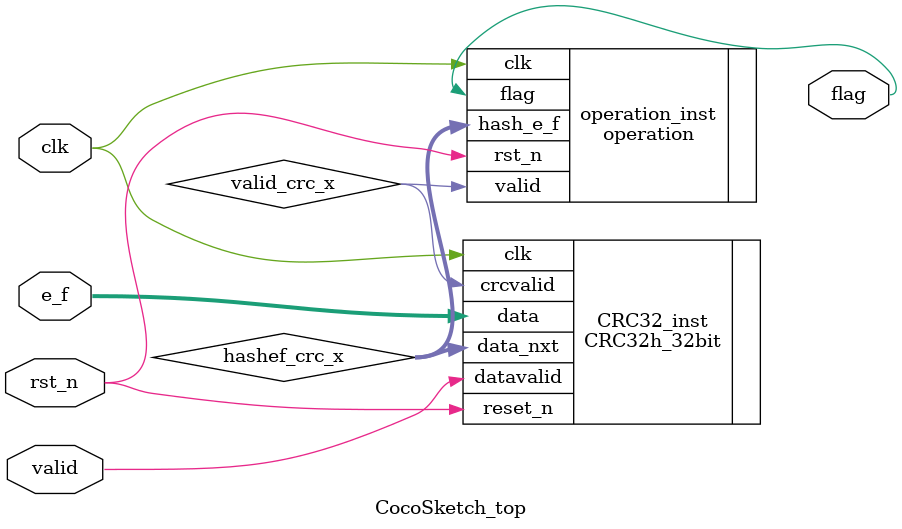
<source format=v>
/*
 * @Filename: 
 * @Author: ws
 * @Description: CocoSketch top module
 * @Date: 2023-02-25 09:18:59
 * @LastEditTime: 2023-02-25 09:31:35
 * @Company: 662
 */

module CocoSketch_top(
    /****************clock****************/
     input wire         clk
    ,input wire         rst_n

    /************input element************/
    ,input wire [63:0]  e_f
    ,input wire         valid               //represent whether e&f is valid

    /***********output element************/
    ,output wire        flag                //if element is inserted in part_3，flag=1    
);

`ifdef RAM_0_0625   //0.0625MB, ptr=13
    localparam  RAM_PTR = 13;
    localparam  HASH_BASE = 0; 

`elsif RAM_0_125    //0.125MB, ptr=14
    localparam  RAM_PTR = 14;
    localparam  HASH_BASE = 0;  

`elsif RAM_0_25     //0.25MB, ptr=15
    localparam  RAM_PTR = 15;
    localparam  HASH_BASE = 0;  
                  
`elsif RAM_0_5      //0.5MB, ptr=16
    localparam  RAM_PTR = 16;
    localparam  HASH_BASE = 0;
    
`else
    localparam  RAM_PTR = 4;
    localparam  HASH_BASE = 0;
`endif

wire    [95:0]  hashef_crc_x;
wire            valid_crc_x;

CRC32h_32bit CRC32_inst(
    .clk                (clk)
    ,.reset_n           (rst_n)
    ,.data              (e_f)
    ,.datavalid         (valid)
    ,.data_nxt          (hashef_crc_x)
    ,.crcvalid          (valid_crc_x)
);

operation 
#(
     .RAM_PTR           (RAM_PTR)
    ,.HASH_BASE         (HASH_BASE)
)
operation_inst(
     .clk               (clk)
    ,.rst_n             (rst_n)
    ,.hash_e_f          (hashef_crc_x)
    ,.valid             (valid_crc_x)
    ,.flag              (flag)
);

endmodule

</source>
